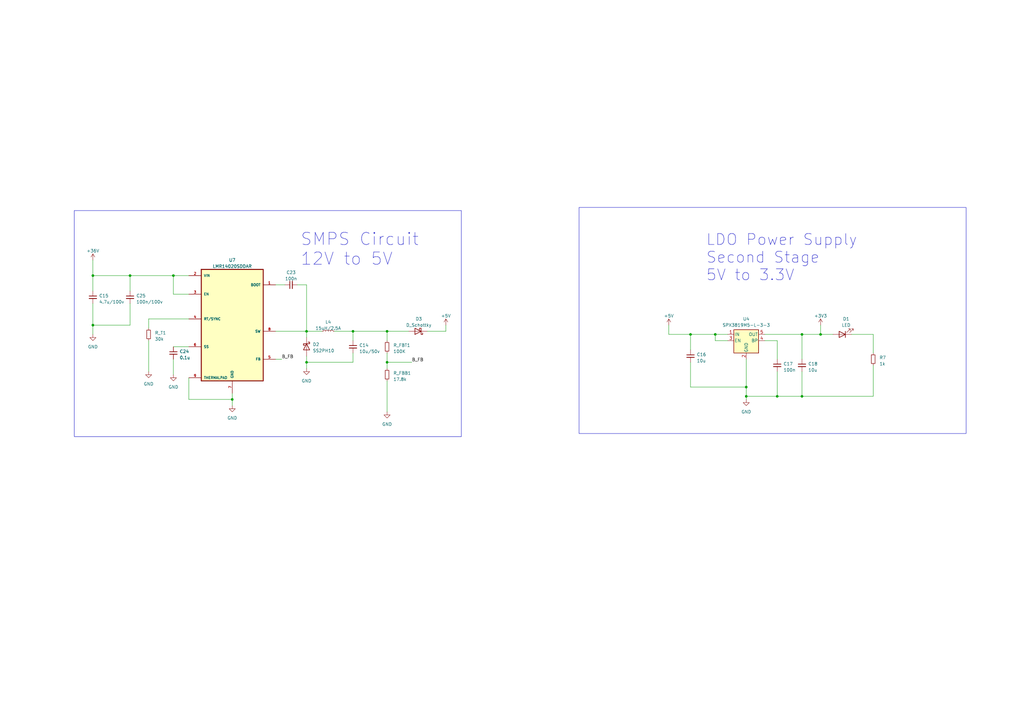
<source format=kicad_sch>
(kicad_sch (version 20230121) (generator eeschema)
  (paper "A3")
  (lib_symbols
    (symbol "Device:C_Small" (pin_numbers hide) (pin_names (offset 0.254) hide)
      (property "Reference" "C" (at 0.254 1.778 0))
      (property "Value" "C_Small" (at 0.254 -2.032 0))
      (symbol "C_Small_0_1"
        (polyline (pts (xy -1.524 -0.508) (xy 1.524 -0.508)) (stroke (width 0.3302)))
        (polyline (pts (xy -1.524 0.508) (xy 1.524 0.508)) (stroke (width 0.3048)))
      )
      (symbol "C_Small_1_1"
        (pin passive line (at 0 2.54 270) (length 2.032) (name "~") (number "1"))
        (pin passive line (at 0 -2.54 90) (length 2.032) (name "~") (number "2"))
      )
    )
    (symbol "Device:D_Schottky" (pin_numbers hide) (pin_names (offset 1.016) hide)
      (property "Reference" "D" (at 0 2.54 0))
      (property "Value" "D_Schottky" (at 0 -2.54 0))
      (symbol "D_Schottky_0_1"
        (polyline (pts (xy 1.27 0) (xy -1.27 0)))
        (polyline (pts (xy 1.27 1.27) (xy 1.27 -1.27) (xy -1.27 0) (xy 1.27 1.27)) (stroke (width 0.254)))
        (polyline (pts (xy -1.905 0.635) (xy -1.905 1.27) (xy -1.27 1.27) (xy -1.27 -1.27) (xy -0.635 -1.27) (xy -0.635 -0.635)) (stroke (width 0.254)))
      )
      (symbol "D_Schottky_1_1"
        (pin passive line (at -3.81 0 0) (length 2.54) (name "K") (number "1"))
        (pin passive line (at 3.81 0 180) (length 2.54) (name "A") (number "2"))
      )
    )
    (symbol "Device:LED" (pin_numbers hide) (pin_names (offset 1.016) hide)
      (property "Reference" "D" (at 0 2.54 0))
      (property "Value" "LED" (at 0 -2.54 0))
      (symbol "LED_0_1"
        (polyline (pts (xy -1.27 -1.27) (xy -1.27 1.27)) (stroke (width 0.254)))
        (polyline (pts (xy -1.27 0) (xy 1.27 0)))
        (polyline (pts (xy 1.27 -1.27) (xy 1.27 1.27) (xy -1.27 0) (xy 1.27 -1.27)) (stroke (width 0.254)))
        (polyline (pts (xy -3.048 -0.762) (xy -4.572 -2.286) (xy -3.81 -2.286) (xy -4.572 -2.286) (xy -4.572 -1.524)))
        (polyline (pts (xy -1.778 -0.762) (xy -3.302 -2.286) (xy -2.54 -2.286) (xy -3.302 -2.286) (xy -3.302 -1.524)))
      )
      (symbol "LED_1_1"
        (pin passive line (at -3.81 0 0) (length 2.54) (name "K") (number "1"))
        (pin passive line (at 3.81 0 180) (length 2.54) (name "A") (number "2"))
      )
    )
    (symbol "Device:L_Small" (pin_numbers hide) (pin_names (offset 0.254) hide)
      (property "Reference" "L" (at 0.762 1.016 0))
      (property "Value" "L_Small" (at 0.762 -1.016 0))
      (symbol "L_Small_0_1"
        (arc (start 0 -2.032) (mid 0.5058 -1.524) (end 0 -1.016))
        (arc (start 0 -1.016) (mid 0.5058 -0.508) (end 0 0))
        (arc (start 0 0) (mid 0.5058 0.508) (end 0 1.016))
        (arc (start 0 1.016) (mid 0.5058 1.524) (end 0 2.032))
      )
      (symbol "L_Small_1_1"
        (pin passive line (at 0 2.54 270) (length 0.508) (name "~") (number "1"))
        (pin passive line (at 0 -2.54 90) (length 0.508) (name "~") (number "2"))
      )
    )
    (symbol "Device:R_Small" (pin_numbers hide) (pin_names (offset 0.254) hide)
      (property "Reference" "R" (at 0.762 0.508 0))
      (property "Value" "R_Small" (at 0.762 -1.016 0))
      (symbol "R_Small_0_1"
        (rectangle (start -0.762 1.778) (end 0.762 -1.778) (stroke (width 0.2032)))
      )
      (symbol "R_Small_1_1"
        (pin passive line (at 0 2.54 270) (length 0.762) (name "~") (number "1"))
        (pin passive line (at 0 -2.54 90) (length 0.762) (name "~") (number "2"))
      )
    )
    (symbol "LMR14020SDDAR:LMR14020SDDAR" (pin_names (offset 1.016))
      (property "Reference" "U7" (at 0 26.67 0))
      (property "Value" "LMR14020SDDAR" (at 0 24.13 0))
      (symbol "LMR14020SDDAR_0_0"
        (rectangle (start -12.7 22.86) (end 12.7 -22.86) (stroke (width 0.41)) (fill (type background)))
        (pin bidirectional line (at 17.78 16.51 180) (length 5.08) (name "BOOT") (number "1"))
        (pin input line (at -17.78 20.32 0) (length 5.08) (name "VIN") (number "2"))
        (pin bidirectional line (at -17.78 12.7 0) (length 5.08) (name "EN") (number "3"))
        (pin bidirectional line (at -17.78 2.54 0) (length 5.08) (name "RT/SYNC") (number "4"))
        (pin bidirectional line (at 17.78 -13.97 180) (length 5.08) (name "FB") (number "5"))
        (pin bidirectional line (at -17.78 -8.89 0) (length 5.08) (name "SS") (number "6"))
        (pin power_in line (at 0 -27.94 90) (length 5.08) (name "GND") (number "7"))
        (pin bidirectional line (at 17.78 -2.54 180) (length 5.08) (name "SW") (number "8"))
        (pin bidirectional line (at -17.78 -21.59 0) (length 5.08) (name "THERMALPAD") (number "9"))
      )
    )
    (symbol "Regulator_Linear:SPX3819M5-L-3-3" (pin_names (offset 0.254))
      (property "Reference" "U" (at -3.81 5.715 0))
      (property "Value" "SPX3819M5-L-3-3" (at 0 5.715 0))
      (symbol "SPX3819M5-L-3-3_0_1"
        (rectangle (start -5.08 4.445) (end 5.08 -5.08) (stroke (width 0.254)) (fill (type background)))
      )
      (symbol "SPX3819M5-L-3-3_1_1"
        (pin power_in line (at -7.62 2.54 0) (length 2.54) (name "IN") (number "1"))
        (pin power_in line (at 0 -7.62 90) (length 2.54) (name "GND") (number "2"))
        (pin input line (at -7.62 0 0) (length 2.54) (name "EN") (number "3"))
        (pin input line (at 7.62 0 180) (length 2.54) (name "BP") (number "4"))
        (pin power_out line (at 7.62 2.54 180) (length 2.54) (name "OUT") (number "5"))
      )
    )
    (symbol "power:+36V" (power) (pin_names (offset 0))
      (property "Value" "+36V" (at 0 3.556 0))
      (symbol "+36V_0_1"
        (polyline (pts (xy -0.762 1.27) (xy 0 2.54)))
        (polyline (pts (xy 0 0) (xy 0 2.54)))
        (polyline (pts (xy 0 2.54) (xy 0.762 1.27)))
      )
      (symbol "+36V_1_1"
        (pin power_in line (at 0 0 90) (length 0) hide (name "+36V") (number "1"))
      )
    )
    (symbol "power:+3V3" (power) (pin_names (offset 0))
      (property "Value" "+3V3" (at 0 3.556 0))
      (symbol "+3V3_0_1"
        (polyline (pts (xy -0.762 1.27) (xy 0 2.54)))
        (polyline (pts (xy 0 0) (xy 0 2.54)))
        (polyline (pts (xy 0 2.54) (xy 0.762 1.27)))
      )
      (symbol "+3V3_1_1"
        (pin power_in line (at 0 0 90) (length 0) hide (name "+3V3") (number "1"))
      )
    )
    (symbol "power:+5V" (power) (pin_names (offset 0))
      (property "Value" "+5V" (at 0 3.556 0))
      (symbol "+5V_0_1"
        (polyline (pts (xy -0.762 1.27) (xy 0 2.54)))
        (polyline (pts (xy 0 0) (xy 0 2.54)))
        (polyline (pts (xy 0 2.54) (xy 0.762 1.27)))
      )
      (symbol "+5V_1_1"
        (pin power_in line (at 0 0 90) (length 0) hide (name "+5V") (number "1"))
      )
    )
    (symbol "power:GND" (power) (pin_names (offset 0))
      (property "Value" "GND" (at 0 -3.81 0))
      (symbol "GND_0_1"
        (polyline (pts (xy 0 0) (xy 0 -1.27) (xy 1.27 -1.27) (xy 0 -2.54) (xy -1.27 -1.27) (xy 0 -1.27)))
      )
      (symbol "GND_1_1"
        (pin power_in line (at 0 0 270) (length 0) hide (name "GND") (number "1"))
      )
    )
  )
  (junction (at 125.73 135.89))
  (junction (at 306.07 158.75))
  (junction (at 328.93 137.16))
  (junction (at 38.1 133.35))
  (junction (at 293.37 137.16))
  (junction (at 38.1 113.03))
  (junction (at 53.34 113.03))
  (junction (at 125.73 148.59))
  (junction (at 158.75 135.89))
  (junction (at 306.07 162.56))
  (junction (at 158.75 148.59))
  (junction (at 283.21 137.16))
  (junction (at 328.93 162.56))
  (junction (at 144.78 135.89))
  (junction (at 71.12 113.03))
  (junction (at 95.25 163.83))
  (junction (at 318.77 162.56))
  (junction (at 336.55 137.16))
  (wire (pts (xy 293.37 137.16) (xy 298.45 137.16)))
  (wire (pts (xy 144.78 139.7) (xy 144.78 135.89)))
  (wire (pts (xy 38.1 113.03) (xy 38.1 119.38)))
  (wire (pts (xy 158.75 156.21) (xy 158.75 168.91)))
  (wire (pts (xy 158.75 139.7) (xy 158.75 135.89)))
  (wire (pts (xy 328.93 137.16) (xy 328.93 147.32)))
  (wire (pts (xy 38.1 124.46) (xy 38.1 133.35)))
  (wire (pts (xy 306.07 147.32) (xy 306.07 158.75)))
  (wire (pts (xy 158.75 135.89) (xy 167.64 135.89)))
  (wire (pts (xy 77.47 130.81) (xy 60.96 130.81)))
  (wire (pts (xy 358.14 137.16) (xy 349.25 137.16)))
  (wire (pts (xy 306.07 162.56) (xy 318.77 162.56)))
  (wire (pts (xy 175.26 135.89) (xy 182.88 135.89)))
  (wire (pts (xy 358.14 149.86) (xy 358.14 162.56)))
  (wire (pts (xy 77.47 163.83) (xy 95.25 163.83)))
  (wire (pts (xy 53.34 119.38) (xy 53.34 113.03)))
  (wire (pts (xy 144.78 135.89) (xy 158.75 135.89)))
  (wire (pts (xy 113.03 147.32) (xy 115.57 147.32)))
  (wire (pts (xy 283.21 158.75) (xy 306.07 158.75)))
  (wire (pts (xy 38.1 106.68) (xy 38.1 113.03)))
  (wire (pts (xy 358.14 144.78) (xy 358.14 137.16)))
  (wire (pts (xy 158.75 144.78) (xy 158.75 148.59)))
  (wire (pts (xy 318.77 147.32) (xy 318.77 139.7)))
  (wire (pts (xy 71.12 120.65) (xy 71.12 113.03)))
  (wire (pts (xy 53.34 113.03) (xy 71.12 113.03)))
  (wire (pts (xy 293.37 139.7) (xy 293.37 137.16)))
  (wire (pts (xy 71.12 113.03) (xy 77.47 113.03)))
  (wire (pts (xy 125.73 146.05) (xy 125.73 148.59)))
  (wire (pts (xy 298.45 139.7) (xy 293.37 139.7)))
  (wire (pts (xy 313.69 137.16) (xy 328.93 137.16)))
  (wire (pts (xy 306.07 162.56) (xy 306.07 163.83)))
  (wire (pts (xy 53.34 124.46) (xy 53.34 133.35)))
  (wire (pts (xy 328.93 137.16) (xy 336.55 137.16)))
  (wire (pts (xy 137.16 135.89) (xy 144.78 135.89)))
  (wire (pts (xy 306.07 158.75) (xy 306.07 162.56)))
  (wire (pts (xy 318.77 152.4) (xy 318.77 162.56)))
  (wire (pts (xy 182.88 133.35) (xy 182.88 135.89)))
  (wire (pts (xy 158.75 148.59) (xy 168.91 148.59)))
  (wire (pts (xy 125.73 116.84) (xy 125.73 135.89)))
  (wire (pts (xy 328.93 152.4) (xy 328.93 162.56)))
  (wire (pts (xy 158.75 148.59) (xy 158.75 151.13)))
  (wire (pts (xy 336.55 133.35) (xy 336.55 137.16)))
  (wire (pts (xy 121.92 116.84) (xy 125.73 116.84)))
  (wire (pts (xy 113.03 116.84) (xy 116.84 116.84)))
  (wire (pts (xy 125.73 135.89) (xy 125.73 138.43)))
  (wire (pts (xy 125.73 148.59) (xy 144.78 148.59)))
  (wire (pts (xy 283.21 148.59) (xy 283.21 158.75)))
  (wire (pts (xy 313.69 139.7) (xy 318.77 139.7)))
  (wire (pts (xy 144.78 144.78) (xy 144.78 148.59)))
  (wire (pts (xy 283.21 137.16) (xy 283.21 143.51)))
  (wire (pts (xy 336.55 137.16) (xy 341.63 137.16)))
  (wire (pts (xy 113.03 135.89) (xy 125.73 135.89)))
  (wire (pts (xy 328.93 162.56) (xy 358.14 162.56)))
  (wire (pts (xy 71.12 142.24) (xy 77.47 142.24)))
  (wire (pts (xy 77.47 163.83) (xy 77.47 154.94)))
  (wire (pts (xy 38.1 133.35) (xy 38.1 137.16)))
  (wire (pts (xy 95.25 166.37) (xy 95.25 163.83)))
  (wire (pts (xy 60.96 130.81) (xy 60.96 134.62)))
  (wire (pts (xy 77.47 120.65) (xy 71.12 120.65)))
  (wire (pts (xy 60.96 139.7) (xy 60.96 152.4)))
  (wire (pts (xy 274.32 137.16) (xy 283.21 137.16)))
  (wire (pts (xy 274.32 133.35) (xy 274.32 137.16)))
  (wire (pts (xy 95.25 163.83) (xy 95.25 161.29)))
  (wire (pts (xy 125.73 135.89) (xy 132.08 135.89)))
  (wire (pts (xy 283.21 137.16) (xy 293.37 137.16)))
  (wire (pts (xy 38.1 113.03) (xy 53.34 113.03)))
  (wire (pts (xy 38.1 133.35) (xy 53.34 133.35)))
  (wire (pts (xy 71.12 147.32) (xy 71.12 153.67)))
  (wire (pts (xy 125.73 148.59) (xy 125.73 151.13)))
  (wire (pts (xy 318.77 162.56) (xy 328.93 162.56)))
  (rectangle (start 30.48 86.36) (end 189.23 179.07))
  (rectangle (start 237.49 85.09) (end 396.24 177.8))
  (text "SMPS Circuit\n12V to 5V\n" (at 123.19 109.22 0) (effects (font (size 5 5)) (justify left bottom)))
  (text "LDO Power Supply\nSecond Stage\n5V to 3.3V\n" (at 289.56 115.57 0) (effects (font (size 4.5 4.5)) (justify left bottom)))
  (label "B_FB" (at 115.57 147.32 0))
  (label "B_FB" (at 168.91 148.59 0))
  (symbol (lib_id "Device:C_Small") (at 71.12 144.78 0) (unit 1)
    (property "Reference" "C24" (at 73.66 144.1513 0) (effects (justify left)))
    (property "Value" "0.1u" (at 73.66 146.6913 0) (effects (justify left)))
    (property "Footprint" "Capacitor_SMD:C_0603_1608Metric" (effects hide))
    (instances (project "RC-Car-Controller" (path "" (reference "C24") (unit 1)) (path "" (reference "C16") (unit 1))))
  )
  (symbol (lib_id "power:GND") (at 60.96 152.4 0) (unit 1)
    (property "Reference" "#PWR027" (effects hide))
    (property "Value" "GND" (at 60.96 157.48 0))
    (instances (project "RC-Car-Controller" (path "" (reference "#PWR027") (unit 1)) (path "" (reference "#PWR026") (unit 1))))
  )
  (symbol (lib_id "Device:C_Small") (at 318.77 149.86 0) (unit 1)
    (property "Reference" "C17" (at 321.31 149.2313 0) (effects (justify left)))
    (property "Value" "100n" (at 321.31 151.7713 0) (effects (justify left)))
    (property "Footprint" "Capacitor_SMD:C_0603_1608Metric" (effects hide))
    (instances (project "RC-Car-Controller" (path "" (reference "C17") (unit 1)) (path "" (reference "C18") (unit 1))))
  )
  (symbol (lib_id "Device:C_Small") (at 53.34 121.92 0) (unit 1)
    (property "Reference" "C25" (at 55.88 121.2913 0) (effects (justify left)))
    (property "Value" "100n/100v" (at 55.88 123.8313 0) (effects (justify left)))
    (property "Footprint" "Capacitor_SMD:C_0805_2012Metric" (effects hide))
    (instances (project "RC-Car-Controller" (path "" (reference "C25") (unit 1)) (path "" (reference "C15") (unit 1))))
  )
  (symbol (lib_id "Device:C_Small") (at 283.21 146.05 0) (unit 1)
    (property "Reference" "C16" (at 285.75 145.4213 0) (effects (justify left)))
    (property "Value" "10u" (at 285.75 147.9613 0) (effects (justify left)))
    (property "Footprint" "Capacitor_SMD:C_0603_1608Metric" (effects hide))
    (instances (project "RC-Car-Controller" (path "" (reference "C16") (unit 1)) (path "" (reference "C17") (unit 1))))
  )
  (symbol (lib_id "Device:D_Schottky") (at 171.45 135.89 180) (unit 1)
    (property "Reference" "D3" (at 171.7675 130.81 0))
    (property "Value" "D_Schottky" (at 171.7675 133.35 0))
    (property "Footprint" "KiCADv6:DO-220AA_SS2PH10-M3&slash_84A_VIS" (effects hide))
  )
  (symbol (lib_id "Device:C_Small") (at 38.1 121.92 0) (unit 1)
    (property "Reference" "C15" (at 40.64 121.2913 0) (effects (justify left)))
    (property "Value" "4.7u/100v" (at 40.64 123.8313 0) (effects (justify left)))
    (property "Footprint" "Capacitor_SMD:C_1812_4532Metric" (effects hide))
    (instances (project "RC-Car-Controller" (path "" (reference "C15") (unit 1)) (path "" (reference "C14") (unit 1))))
  )
  (symbol (lib_id "power:GND") (at 125.73 151.13 0) (unit 1)
    (property "Reference" "#PWR047" (effects hide))
    (property "Value" "GND" (at 125.73 156.21 0))
    (instances (project "RC-Car-Controller" (path "" (reference "#PWR047") (unit 1)) (path "" (reference "#PWR037") (unit 1))))
  )
  (symbol (lib_id "Device:C_Small") (at 144.78 142.24 0) (unit 1)
    (property "Reference" "C14" (at 147.32 141.6113 0) (effects (justify left)))
    (property "Value" "10u/50v" (at 147.32 144.1513 0) (effects (justify left)))
    (property "Footprint" "Capacitor_SMD:C_1210_3225Metric" (effects hide))
    (instances (project "RC-Car-Controller" (path "" (reference "C14") (unit 1)) (path "" (reference "C25") (unit 1))))
  )
  (symbol (lib_id "power:+5V") (at 274.32 133.35 0) (unit 1)
    (property "Reference" "#PWR037" (effects hide))
    (property "Value" "+5V" (at 274.32 129.54 0))
    (instances (project "RC-Car-Controller" (path "" (reference "#PWR037") (unit 1)) (path "" (reference "#PWR028") (unit 1))))
  )
  (symbol (lib_id "Device:C_Small") (at 119.38 116.84 90) (unit 1)
    (property "Reference" "C23" (at 119.3863 111.76 90))
    (property "Value" "100n" (at 119.3863 114.3 90))
    (property "Footprint" "Capacitor_SMD:C_0603_1608Metric" (effects hide))
  )
  (symbol (lib_id "Regulator_Linear:SPX3819M5-L-3-3") (at 306.07 139.7 0) (unit 1)
    (property "Reference" "U4" (at 306.07 130.81 0))
    (property "Value" "SPX3819M5-L-3-3" (at 306.07 133.35 0))
    (property "Footprint" "Package_TO_SOT_SMD:SOT-23-5" (effects hide))
    (property "Datasheet" "https://www.exar.com/content/document.ashx?id=22106&languageid=1033&type=Datasheet&partnumber=SPX3819&filename=SPX3819.pdf&part=SPX3819" (effects hide))
    (property "LCSC" "C9055" (effects hide))
    (instances (project "RC-Car-Controller" (path "" (reference "U4") (unit 1)) (path "" (reference "U7") (unit 1))))
  )
  (symbol (lib_id "Device:R_Small") (at 60.96 137.16 0) (unit 1)
    (property "Reference" "R_T1" (at 63.5 136.525 0) (effects (justify left)))
    (property "Value" "30k" (at 63.5 139.065 0) (effects (justify left)))
    (property "Footprint" "Resistor_SMD:R_0603_1608Metric" (effects hide))
  )
  (symbol (lib_id "power:+5V") (at 182.88 133.35 0) (unit 1)
    (property "Reference" "#PWR026" (effects hide))
    (property "Value" "+5V" (at 182.88 129.54 0))
    (instances (project "RC-Car-Controller" (path "" (reference "#PWR026") (unit 1)) (path "" (reference "#PWR048") (unit 1))))
  )
  (symbol (lib_id "Device:R_Small") (at 158.75 153.67 0) (unit 1)
    (property "Reference" "R_FBB1" (at 161.29 153.035 0) (effects (justify left)))
    (property "Value" "17.8k" (at 161.29 155.575 0) (effects (justify left)))
    (property "Footprint" "Resistor_SMD:R_0603_1608Metric" (effects hide))
  )
  (symbol (lib_id "power:GND") (at 71.12 153.67 0) (unit 1)
    (property "Reference" "#PWR051" (effects hide))
    (property "Value" "GND" (at 71.12 158.75 0))
    (instances (project "RC-Car-Controller" (path "" (reference "#PWR051") (unit 1)) (path "" (reference "#PWR027") (unit 1))))
  )
  (symbol (lib_id "Device:L_Small") (at 134.62 135.89 90) (unit 1)
    (property "Reference" "L4" (at 134.62 132.08 90))
    (property "Value" "15uH/2.5A" (at 134.62 134.62 90))
    (property "Footprint" "Inductor_SMD:L_Bourns_SRN6045TA" (effects hide))
    (property "LCSC" "C404502" (effects hide))
    (instances (project "RC-Car-Controller" (path "" (reference "L4") (unit 1)) (path "" (reference "L3") (unit 1))))
  )
  (symbol (lib_id "power:GND") (at 158.75 168.91 0) (unit 1)
    (property "Reference" "#PWR029" (effects hide))
    (property "Value" "GND" (at 158.75 173.99 0))
    (instances (project "RC-Car-Controller" (path "" (reference "#PWR029") (unit 1)) (path "" (reference "#PWR047") (unit 1))))
  )
  (symbol (lib_id "Device:R_Small") (at 158.75 142.24 0) (unit 1)
    (property "Reference" "R_FBT1" (at 161.29 141.605 0) (effects (justify left)))
    (property "Value" "100K" (at 161.29 144.145 0) (effects (justify left)))
    (property "Footprint" "Resistor_SMD:R_0603_1608Metric" (effects hide))
  )
  (symbol (lib_id "power:GND") (at 95.25 166.37 0) (unit 1)
    (property "Reference" "#PWR030" (effects hide))
    (property "Value" "GND" (at 95.25 171.45 0))
    (instances (project "RC-Car-Controller" (path "" (reference "#PWR030") (unit 1)) (path "" (reference "#PWR029") (unit 1))))
  )
  (symbol (lib_id "Device:R_Small") (at 358.14 147.32 0) (unit 1)
    (property "Reference" "R7" (at 360.68 146.685 0) (effects (justify left)))
    (property "Value" "1k" (at 360.68 149.225 0) (effects (justify left)))
    (property "Footprint" "Resistor_SMD:R_0603_1608Metric" (effects hide))
  )
  (symbol (lib_id "power:+3V3") (at 336.55 133.35 0) (unit 1)
    (property "Reference" "#PWR020" (effects hide))
    (property "Value" "+3V3" (at 336.55 129.54 0))
    (instances (project "RC-Car-Controller" (path "" (reference "#PWR020") (unit 1)) (path "" (reference "#PWR038") (unit 1))))
  )
  (symbol (lib_id "Device:D_Schottky") (at 125.73 142.24 270) (unit 1)
    (property "Reference" "D2" (at 128.27 141.2875 90) (effects (justify left)))
    (property "Value" "SS2PH10" (at 128.27 143.8275 90) (effects (justify left)))
    (property "Footprint" "KiCADv6:DO-220AA_SS2PH10-M3&slash_84A_VIS" (effects hide))
    (instances (project "RC-Car-Controller" (path "" (reference "D2") (unit 1)) (path "" (reference "D1") (unit 1))))
  )
  (symbol (lib_id "power:GND") (at 306.07 163.83 0) (unit 1)
    (property "Reference" "#PWR019" (effects hide))
    (property "Value" "GND" (at 306.07 168.91 0))
    (instances (project "RC-Car-Controller" (path "" (reference "#PWR019") (unit 1)) (path "" (reference "#PWR030") (unit 1))))
  )
  (symbol (lib_id "Device:C_Small") (at 328.93 149.86 0) (unit 1)
    (property "Reference" "C18" (at 331.47 149.2313 0) (effects (justify left)))
    (property "Value" "10u" (at 331.47 151.7713 0) (effects (justify left)))
    (property "Footprint" "Capacitor_SMD:C_0603_1608Metric" (effects hide))
    (instances (project "RC-Car-Controller" (path "" (reference "C18") (unit 1)) (path "" (reference "C24") (unit 1))))
  )
  (symbol (lib_id "power:+36V") (at 38.1 106.68 0) (unit 1)
    (property "Reference" "#PWR038" (effects hide))
    (property "Value" "+36V" (at 38.1 102.87 0))
    (instances (project "RC-Car-Controller" (path "" (reference "#PWR038") (unit 1)) (path "" (reference "#PWR019") (unit 1))))
  )
  (symbol (lib_id "LMR14020SDDAR:LMR14020SDDAR") (at 95.25 133.35 0) (unit 1)
    (property "Reference" "U7" (at 95.25 106.68 0))
    (property "Value" "LMR14020SDDAR" (at 95.25 109.22 0))
    (property "Footprint" "Libraries:VREG_LM5017MR_NOPB" (effects hide))
    (property "MF" "Texas Instruments" (effects hide))
    (property "Description" "\nSIMPLE SWITCHER, 4-V to 40-V, 2-A 2.2-MHz step-down converter with Low IQ\n" (effects hide))
    (property "Package" "HSOIC-8 Texas Instruments" (effects hide))
    (property "Price" "None" (effects hide))
    (property "SnapEDA_Link" "https://www.snapeda.com/parts/LMR14020SDDAR/Texas+Instruments/view-part/?ref=snap" (effects hide))
    (property "MP" "LMR14020SDDAR" (effects hide))
    (property "Purchase-URL" "https://www.snapeda.com/api/url_track_click_mouser/?unipart_id=379718&manufacturer=Texas Instruments&part_name=LMR14020SDDAR&search_term=lmr14020sddar" (effects hide))
    (property "Availability" "In Stock" (effects hide))
    (property "Check_prices" "https://www.snapeda.com/parts/LMR14020SDDAR/Texas+Instruments/view-part/?ref=eda" (effects hide))
    (instances (project "RC-Car-Controller" (path "" (reference "U7") (unit 1)) (path "" (reference "U4") (unit 1))))
  )
  (symbol (lib_id "Device:LED") (at 345.44 137.16 180) (unit 1)
    (property "Reference" "D1" (at 347.0275 130.81 0))
    (property "Value" "LED" (at 347.0275 133.35 0))
    (property "Footprint" "LED_SMD:LED_0603_1608Metric" (effects hide))
    (instances (project "RC-Car-Controller" (path "" (reference "D1") (unit 1)) (path "" (reference "D2") (unit 1))))
  )
  (symbol (lib_id "power:GND") (at 38.1 137.16 0) (unit 1)
    (property "Reference" "#PWR028" (effects hide))
    (property "Value" "GND" (at 38.1 142.24 0))
    (instances (project "RC-Car-Controller" (path "" (reference "#PWR028") (unit 1)) (path "" (reference "#PWR020") (unit 1))))
  )
)
</source>
